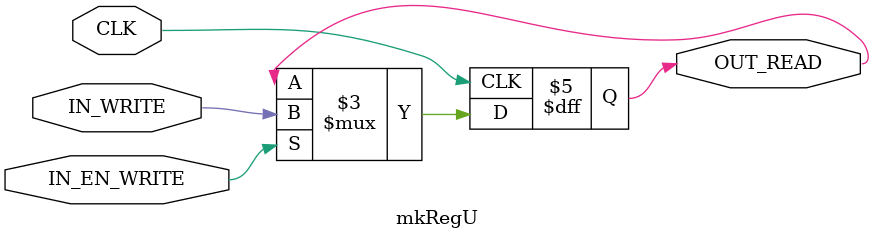
<source format=v>
module mkWire(IN_WRITE, IN_EN_WRITE, OUT_READ);
  parameter width = 1;
  input [((width == 0)? 0: width-1):0] IN_WRITE;
  output [((width == 0)? 0: width-1):0] OUT_READ;
  input IN_EN_WRITE;

  assign OUT_READ = IN_WRITE;
endmodule

module mkPulse(IN_EN_WRITE, OUT_READ);
  output OUT_READ;
  input IN_EN_WRITE;

  assign OUT_READ = IN_EN_WRITE;
endmodule

module mkReg(CLK, RST_N, IN_WRITE, OUT_READ, IN_EN_WRITE);
  parameter width = 1;
  parameter init = 0;
  input [((width == 0)? 0: width-1):0] IN_WRITE;
  output reg [((width == 0)? 0: width-1):0] OUT_READ;
  input IN_EN_WRITE, CLK, RST_N;

  initial
    OUT_READ = init;

  always @(posedge CLK)
  begin
    if(!RST_N)
      OUT_READ <= init;
    else
      if(IN_EN_WRITE)
        OUT_READ <= IN_WRITE;
  end
endmodule

module mkRegU(CLK, IN_WRITE, OUT_READ, IN_EN_WRITE);
  parameter width = 1;
  input [((width == 0)? 0: width-1):0] IN_WRITE;
  output reg [((width == 0)? 0: width-1):0] OUT_READ;
  input IN_EN_WRITE, CLK;

  initial
    OUT_READ = {((width+1))/2{2'b10}};

  always @(posedge CLK)
    if(IN_EN_WRITE)
      OUT_READ <= IN_WRITE;
endmodule

</source>
